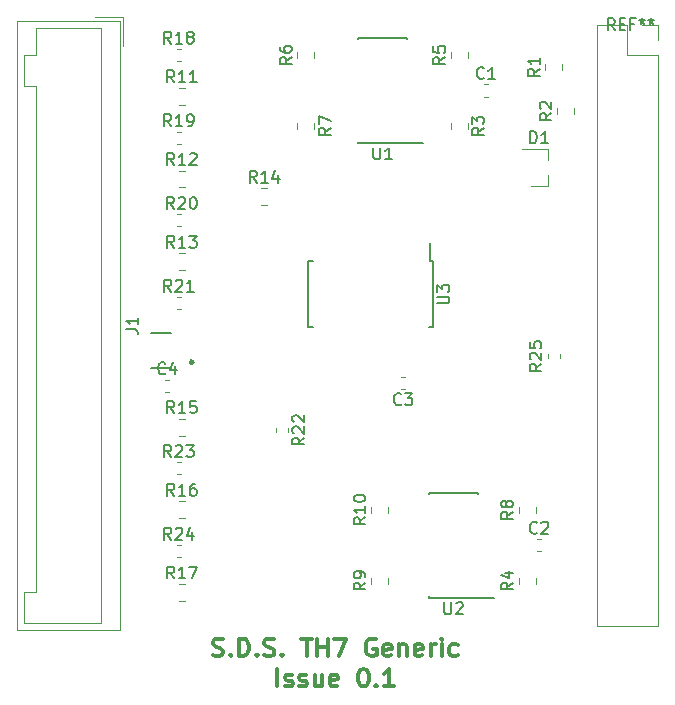
<source format=gbr>
G04 #@! TF.GenerationSoftware,KiCad,Pcbnew,5.0.0-rc3-unknown-14ce5182~65~ubuntu16.04.1*
G04 #@! TF.CreationDate,2018-07-31T19:28:55+01:00*
G04 #@! TF.ProjectId,test,746573742E6B696361645F7063620000,rev?*
G04 #@! TF.SameCoordinates,Original*
G04 #@! TF.FileFunction,Legend,Top*
G04 #@! TF.FilePolarity,Positive*
%FSLAX46Y46*%
G04 Gerber Fmt 4.6, Leading zero omitted, Abs format (unit mm)*
G04 Created by KiCad (PCBNEW 5.0.0-rc3-unknown-14ce5182~65~ubuntu16.04.1) date Tue Jul 31 19:28:55 2018*
%MOMM*%
%LPD*%
G01*
G04 APERTURE LIST*
%ADD10C,0.300000*%
%ADD11C,0.120000*%
%ADD12C,0.150000*%
%ADD13C,0.127000*%
G04 APERTURE END LIST*
D10*
X154642857Y-106332142D02*
X154857142Y-106403571D01*
X155214285Y-106403571D01*
X155357142Y-106332142D01*
X155428571Y-106260714D01*
X155500000Y-106117857D01*
X155500000Y-105975000D01*
X155428571Y-105832142D01*
X155357142Y-105760714D01*
X155214285Y-105689285D01*
X154928571Y-105617857D01*
X154785714Y-105546428D01*
X154714285Y-105475000D01*
X154642857Y-105332142D01*
X154642857Y-105189285D01*
X154714285Y-105046428D01*
X154785714Y-104975000D01*
X154928571Y-104903571D01*
X155285714Y-104903571D01*
X155500000Y-104975000D01*
X156142857Y-106260714D02*
X156214285Y-106332142D01*
X156142857Y-106403571D01*
X156071428Y-106332142D01*
X156142857Y-106260714D01*
X156142857Y-106403571D01*
X156857142Y-106403571D02*
X156857142Y-104903571D01*
X157214285Y-104903571D01*
X157428571Y-104975000D01*
X157571428Y-105117857D01*
X157642857Y-105260714D01*
X157714285Y-105546428D01*
X157714285Y-105760714D01*
X157642857Y-106046428D01*
X157571428Y-106189285D01*
X157428571Y-106332142D01*
X157214285Y-106403571D01*
X156857142Y-106403571D01*
X158357142Y-106260714D02*
X158428571Y-106332142D01*
X158357142Y-106403571D01*
X158285714Y-106332142D01*
X158357142Y-106260714D01*
X158357142Y-106403571D01*
X159000000Y-106332142D02*
X159214285Y-106403571D01*
X159571428Y-106403571D01*
X159714285Y-106332142D01*
X159785714Y-106260714D01*
X159857142Y-106117857D01*
X159857142Y-105975000D01*
X159785714Y-105832142D01*
X159714285Y-105760714D01*
X159571428Y-105689285D01*
X159285714Y-105617857D01*
X159142857Y-105546428D01*
X159071428Y-105475000D01*
X159000000Y-105332142D01*
X159000000Y-105189285D01*
X159071428Y-105046428D01*
X159142857Y-104975000D01*
X159285714Y-104903571D01*
X159642857Y-104903571D01*
X159857142Y-104975000D01*
X160500000Y-106260714D02*
X160571428Y-106332142D01*
X160500000Y-106403571D01*
X160428571Y-106332142D01*
X160500000Y-106260714D01*
X160500000Y-106403571D01*
X162142857Y-104903571D02*
X163000000Y-104903571D01*
X162571428Y-106403571D02*
X162571428Y-104903571D01*
X163500000Y-106403571D02*
X163500000Y-104903571D01*
X163500000Y-105617857D02*
X164357142Y-105617857D01*
X164357142Y-106403571D02*
X164357142Y-104903571D01*
X164928571Y-104903571D02*
X165928571Y-104903571D01*
X165285714Y-106403571D01*
X168428571Y-104975000D02*
X168285714Y-104903571D01*
X168071428Y-104903571D01*
X167857142Y-104975000D01*
X167714285Y-105117857D01*
X167642857Y-105260714D01*
X167571428Y-105546428D01*
X167571428Y-105760714D01*
X167642857Y-106046428D01*
X167714285Y-106189285D01*
X167857142Y-106332142D01*
X168071428Y-106403571D01*
X168214285Y-106403571D01*
X168428571Y-106332142D01*
X168500000Y-106260714D01*
X168500000Y-105760714D01*
X168214285Y-105760714D01*
X169714285Y-106332142D02*
X169571428Y-106403571D01*
X169285714Y-106403571D01*
X169142857Y-106332142D01*
X169071428Y-106189285D01*
X169071428Y-105617857D01*
X169142857Y-105475000D01*
X169285714Y-105403571D01*
X169571428Y-105403571D01*
X169714285Y-105475000D01*
X169785714Y-105617857D01*
X169785714Y-105760714D01*
X169071428Y-105903571D01*
X170428571Y-105403571D02*
X170428571Y-106403571D01*
X170428571Y-105546428D02*
X170500000Y-105475000D01*
X170642857Y-105403571D01*
X170857142Y-105403571D01*
X171000000Y-105475000D01*
X171071428Y-105617857D01*
X171071428Y-106403571D01*
X172357142Y-106332142D02*
X172214285Y-106403571D01*
X171928571Y-106403571D01*
X171785714Y-106332142D01*
X171714285Y-106189285D01*
X171714285Y-105617857D01*
X171785714Y-105475000D01*
X171928571Y-105403571D01*
X172214285Y-105403571D01*
X172357142Y-105475000D01*
X172428571Y-105617857D01*
X172428571Y-105760714D01*
X171714285Y-105903571D01*
X173071428Y-106403571D02*
X173071428Y-105403571D01*
X173071428Y-105689285D02*
X173142857Y-105546428D01*
X173214285Y-105475000D01*
X173357142Y-105403571D01*
X173500000Y-105403571D01*
X174000000Y-106403571D02*
X174000000Y-105403571D01*
X174000000Y-104903571D02*
X173928571Y-104975000D01*
X174000000Y-105046428D01*
X174071428Y-104975000D01*
X174000000Y-104903571D01*
X174000000Y-105046428D01*
X175357142Y-106332142D02*
X175214285Y-106403571D01*
X174928571Y-106403571D01*
X174785714Y-106332142D01*
X174714285Y-106260714D01*
X174642857Y-106117857D01*
X174642857Y-105689285D01*
X174714285Y-105546428D01*
X174785714Y-105475000D01*
X174928571Y-105403571D01*
X175214285Y-105403571D01*
X175357142Y-105475000D01*
X160107142Y-108953571D02*
X160107142Y-107453571D01*
X160750000Y-108882142D02*
X160892857Y-108953571D01*
X161178571Y-108953571D01*
X161321428Y-108882142D01*
X161392857Y-108739285D01*
X161392857Y-108667857D01*
X161321428Y-108525000D01*
X161178571Y-108453571D01*
X160964285Y-108453571D01*
X160821428Y-108382142D01*
X160750000Y-108239285D01*
X160750000Y-108167857D01*
X160821428Y-108025000D01*
X160964285Y-107953571D01*
X161178571Y-107953571D01*
X161321428Y-108025000D01*
X161964285Y-108882142D02*
X162107142Y-108953571D01*
X162392857Y-108953571D01*
X162535714Y-108882142D01*
X162607142Y-108739285D01*
X162607142Y-108667857D01*
X162535714Y-108525000D01*
X162392857Y-108453571D01*
X162178571Y-108453571D01*
X162035714Y-108382142D01*
X161964285Y-108239285D01*
X161964285Y-108167857D01*
X162035714Y-108025000D01*
X162178571Y-107953571D01*
X162392857Y-107953571D01*
X162535714Y-108025000D01*
X163892857Y-107953571D02*
X163892857Y-108953571D01*
X163250000Y-107953571D02*
X163250000Y-108739285D01*
X163321428Y-108882142D01*
X163464285Y-108953571D01*
X163678571Y-108953571D01*
X163821428Y-108882142D01*
X163892857Y-108810714D01*
X165178571Y-108882142D02*
X165035714Y-108953571D01*
X164750000Y-108953571D01*
X164607142Y-108882142D01*
X164535714Y-108739285D01*
X164535714Y-108167857D01*
X164607142Y-108025000D01*
X164750000Y-107953571D01*
X165035714Y-107953571D01*
X165178571Y-108025000D01*
X165250000Y-108167857D01*
X165250000Y-108310714D01*
X164535714Y-108453571D01*
X167321428Y-107453571D02*
X167464285Y-107453571D01*
X167607142Y-107525000D01*
X167678571Y-107596428D01*
X167750000Y-107739285D01*
X167821428Y-108025000D01*
X167821428Y-108382142D01*
X167750000Y-108667857D01*
X167678571Y-108810714D01*
X167607142Y-108882142D01*
X167464285Y-108953571D01*
X167321428Y-108953571D01*
X167178571Y-108882142D01*
X167107142Y-108810714D01*
X167035714Y-108667857D01*
X166964285Y-108382142D01*
X166964285Y-108025000D01*
X167035714Y-107739285D01*
X167107142Y-107596428D01*
X167178571Y-107525000D01*
X167321428Y-107453571D01*
X168464285Y-108810714D02*
X168535714Y-108882142D01*
X168464285Y-108953571D01*
X168392857Y-108882142D01*
X168464285Y-108810714D01*
X168464285Y-108953571D01*
X169964285Y-108953571D02*
X169107142Y-108953571D01*
X169535714Y-108953571D02*
X169535714Y-107453571D01*
X169392857Y-107667857D01*
X169250000Y-107810714D01*
X169107142Y-107882142D01*
D11*
G04 #@! TO.C,J1*
X146760000Y-52590000D02*
X138040000Y-52590000D01*
X138040000Y-52590000D02*
X138040000Y-104210000D01*
X138040000Y-104210000D02*
X146760000Y-104210000D01*
X146760000Y-104210000D02*
X146760000Y-52590000D01*
X145150000Y-53200000D02*
X139650000Y-53200000D01*
X139650000Y-53200000D02*
X139650000Y-55500000D01*
X139650000Y-55500000D02*
X138650000Y-55500000D01*
X138650000Y-55500000D02*
X138650000Y-58100000D01*
X138650000Y-58100000D02*
X139650000Y-58100000D01*
X139650000Y-58100000D02*
X139650000Y-101000000D01*
X139650000Y-101000000D02*
X138650000Y-101000000D01*
X138650000Y-101000000D02*
X138650000Y-103600000D01*
X138650000Y-103600000D02*
X145150000Y-103600000D01*
X145150000Y-103600000D02*
X145150000Y-53200000D01*
X144650000Y-52290000D02*
X147060000Y-52290000D01*
X147060000Y-52290000D02*
X147060000Y-54700000D01*
G04 #@! TO.C,D1*
X183010000Y-66580000D02*
X183010000Y-65650000D01*
X183010000Y-63420000D02*
X183010000Y-64350000D01*
X183010000Y-63420000D02*
X180850000Y-63420000D01*
X183010000Y-66580000D02*
X181550000Y-66580000D01*
G04 #@! TO.C,R1*
X184210000Y-56758578D02*
X184210000Y-56241422D01*
X182790000Y-56758578D02*
X182790000Y-56241422D01*
G04 #@! TO.C,R2*
X183790000Y-60508578D02*
X183790000Y-59991422D01*
X185210000Y-60508578D02*
X185210000Y-59991422D01*
G04 #@! TO.C,R3*
X174790000Y-61241422D02*
X174790000Y-61758578D01*
X176210000Y-61241422D02*
X176210000Y-61758578D01*
G04 #@! TO.C,R4*
X181960000Y-100258578D02*
X181960000Y-99741422D01*
X180540000Y-100258578D02*
X180540000Y-99741422D01*
G04 #@! TO.C,R5*
X176210000Y-55758578D02*
X176210000Y-55241422D01*
X174790000Y-55758578D02*
X174790000Y-55241422D01*
G04 #@! TO.C,R6*
X161790000Y-55758578D02*
X161790000Y-55241422D01*
X163210000Y-55758578D02*
X163210000Y-55241422D01*
G04 #@! TO.C,R7*
X163210000Y-61241422D02*
X163210000Y-61758578D01*
X161790000Y-61241422D02*
X161790000Y-61758578D01*
G04 #@! TO.C,R8*
X180540000Y-94258578D02*
X180540000Y-93741422D01*
X181960000Y-94258578D02*
X181960000Y-93741422D01*
G04 #@! TO.C,R9*
X169460000Y-100258578D02*
X169460000Y-99741422D01*
X168040000Y-100258578D02*
X168040000Y-99741422D01*
G04 #@! TO.C,R10*
X168040000Y-94258578D02*
X168040000Y-93741422D01*
X169460000Y-94258578D02*
X169460000Y-93741422D01*
G04 #@! TO.C,R11*
X151741422Y-58290000D02*
X152258578Y-58290000D01*
X151741422Y-59710000D02*
X152258578Y-59710000D01*
G04 #@! TO.C,R12*
X151741422Y-65290000D02*
X152258578Y-65290000D01*
X151741422Y-66710000D02*
X152258578Y-66710000D01*
G04 #@! TO.C,R13*
X151741422Y-73710000D02*
X152258578Y-73710000D01*
X151741422Y-72290000D02*
X152258578Y-72290000D01*
G04 #@! TO.C,R14*
X158741422Y-68210000D02*
X159258578Y-68210000D01*
X158741422Y-66790000D02*
X159258578Y-66790000D01*
G04 #@! TO.C,R15*
X151741422Y-86290000D02*
X152258578Y-86290000D01*
X151741422Y-87710000D02*
X152258578Y-87710000D01*
G04 #@! TO.C,R16*
X151741422Y-94710000D02*
X152258578Y-94710000D01*
X151741422Y-93290000D02*
X152258578Y-93290000D01*
G04 #@! TO.C,R17*
X151741422Y-100290000D02*
X152258578Y-100290000D01*
X151741422Y-101710000D02*
X152258578Y-101710000D01*
G04 #@! TO.C,R18*
X151587221Y-54990000D02*
X151912779Y-54990000D01*
X151587221Y-56010000D02*
X151912779Y-56010000D01*
G04 #@! TO.C,R19*
X151587221Y-63010000D02*
X151912779Y-63010000D01*
X151587221Y-61990000D02*
X151912779Y-61990000D01*
G04 #@! TO.C,R20*
X151587221Y-68990000D02*
X151912779Y-68990000D01*
X151587221Y-70010000D02*
X151912779Y-70010000D01*
G04 #@! TO.C,R21*
X151587221Y-77010000D02*
X151912779Y-77010000D01*
X151587221Y-75990000D02*
X151912779Y-75990000D01*
G04 #@! TO.C,R22*
X161010000Y-87087221D02*
X161010000Y-87412779D01*
X159990000Y-87087221D02*
X159990000Y-87412779D01*
G04 #@! TO.C,R23*
X151587221Y-91010000D02*
X151912779Y-91010000D01*
X151587221Y-89990000D02*
X151912779Y-89990000D01*
G04 #@! TO.C,R24*
X151587221Y-96990000D02*
X151912779Y-96990000D01*
X151587221Y-98010000D02*
X151912779Y-98010000D01*
G04 #@! TO.C,RASPI_2_3_HEADER1*
X187130000Y-52920000D02*
X189730000Y-52920000D01*
X187130000Y-52920000D02*
X187130000Y-103840000D01*
X187130000Y-103840000D02*
X192330000Y-103840000D01*
X192330000Y-55520000D02*
X192330000Y-103840000D01*
X189730000Y-55520000D02*
X192330000Y-55520000D01*
X189730000Y-52920000D02*
X189730000Y-55520000D01*
X192330000Y-52920000D02*
X192330000Y-54250000D01*
X191000000Y-52920000D02*
X192330000Y-52920000D01*
D12*
G04 #@! TO.C,U1*
X171075000Y-62925000D02*
X172450000Y-62925000D01*
X171075000Y-54050000D02*
X166925000Y-54050000D01*
X171075000Y-62950000D02*
X166925000Y-62950000D01*
X171075000Y-54050000D02*
X171075000Y-54165000D01*
X166925000Y-54050000D02*
X166925000Y-54165000D01*
X166925000Y-62950000D02*
X166925000Y-62835000D01*
X171075000Y-62950000D02*
X171075000Y-62925000D01*
G04 #@! TO.C,U2*
X177075000Y-101450000D02*
X177075000Y-101425000D01*
X172925000Y-101450000D02*
X172925000Y-101335000D01*
X172925000Y-92550000D02*
X172925000Y-92665000D01*
X177075000Y-92550000D02*
X177075000Y-92665000D01*
X177075000Y-101450000D02*
X172925000Y-101450000D01*
X177075000Y-92550000D02*
X172925000Y-92550000D01*
X177075000Y-101425000D02*
X178450000Y-101425000D01*
G04 #@! TO.C,U3*
X173275000Y-72975000D02*
X173000000Y-72975000D01*
X173275000Y-78525000D02*
X172920000Y-78525000D01*
X162725000Y-78525000D02*
X163080000Y-78525000D01*
X162725000Y-72975000D02*
X163080000Y-72975000D01*
X173275000Y-72975000D02*
X173275000Y-78525000D01*
X162725000Y-72975000D02*
X162725000Y-78525000D01*
X173000000Y-72975000D02*
X173000000Y-71450000D01*
D11*
G04 #@! TO.C,C1*
X177587221Y-57990000D02*
X177912779Y-57990000D01*
X177587221Y-59010000D02*
X177912779Y-59010000D01*
G04 #@! TO.C,C2*
X182087221Y-97510000D02*
X182412779Y-97510000D01*
X182087221Y-96490000D02*
X182412779Y-96490000D01*
G04 #@! TO.C,C3*
X170912779Y-83760000D02*
X170587221Y-83760000D01*
X170912779Y-82740000D02*
X170587221Y-82740000D01*
G04 #@! TO.C,C4*
X150624721Y-82990000D02*
X150950279Y-82990000D01*
X150624721Y-84010000D02*
X150950279Y-84010000D01*
G04 #@! TO.C,R25*
X182990000Y-81171267D02*
X182990000Y-80828733D01*
X184010000Y-81171267D02*
X184010000Y-80828733D01*
D10*
G04 #@! TO.C,U4*
X152939000Y-81492000D02*
G75*
G03X152939000Y-81492000I-100000J0D01*
G01*
D13*
X149400000Y-82000000D02*
X151100000Y-82000000D01*
X151100000Y-79000000D02*
X149400000Y-79000000D01*
G04 #@! TO.C,J1*
D12*
X147302380Y-78733333D02*
X148016666Y-78733333D01*
X148159523Y-78780952D01*
X148254761Y-78876190D01*
X148302380Y-79019047D01*
X148302380Y-79114285D01*
X148302380Y-77733333D02*
X148302380Y-78304761D01*
X148302380Y-78019047D02*
X147302380Y-78019047D01*
X147445238Y-78114285D01*
X147540476Y-78209523D01*
X147588095Y-78304761D01*
G04 #@! TO.C,REF\002A\002A*
X188666666Y-53402380D02*
X188333333Y-52926190D01*
X188095238Y-53402380D02*
X188095238Y-52402380D01*
X188476190Y-52402380D01*
X188571428Y-52450000D01*
X188619047Y-52497619D01*
X188666666Y-52592857D01*
X188666666Y-52735714D01*
X188619047Y-52830952D01*
X188571428Y-52878571D01*
X188476190Y-52926190D01*
X188095238Y-52926190D01*
X189095238Y-52878571D02*
X189428571Y-52878571D01*
X189571428Y-53402380D02*
X189095238Y-53402380D01*
X189095238Y-52402380D01*
X189571428Y-52402380D01*
X190333333Y-52878571D02*
X190000000Y-52878571D01*
X190000000Y-53402380D02*
X190000000Y-52402380D01*
X190476190Y-52402380D01*
X191000000Y-52402380D02*
X191000000Y-52640476D01*
X190761904Y-52545238D02*
X191000000Y-52640476D01*
X191238095Y-52545238D01*
X190857142Y-52830952D02*
X191000000Y-52640476D01*
X191142857Y-52830952D01*
X191761904Y-52402380D02*
X191761904Y-52640476D01*
X191523809Y-52545238D02*
X191761904Y-52640476D01*
X192000000Y-52545238D01*
X191619047Y-52830952D02*
X191761904Y-52640476D01*
X191904761Y-52830952D01*
G04 #@! TO.C,D1*
X181511904Y-62952380D02*
X181511904Y-61952380D01*
X181750000Y-61952380D01*
X181892857Y-62000000D01*
X181988095Y-62095238D01*
X182035714Y-62190476D01*
X182083333Y-62380952D01*
X182083333Y-62523809D01*
X182035714Y-62714285D01*
X181988095Y-62809523D01*
X181892857Y-62904761D01*
X181750000Y-62952380D01*
X181511904Y-62952380D01*
X183035714Y-62952380D02*
X182464285Y-62952380D01*
X182750000Y-62952380D02*
X182750000Y-61952380D01*
X182654761Y-62095238D01*
X182559523Y-62190476D01*
X182464285Y-62238095D01*
G04 #@! TO.C,R1*
X182302380Y-56666666D02*
X181826190Y-57000000D01*
X182302380Y-57238095D02*
X181302380Y-57238095D01*
X181302380Y-56857142D01*
X181350000Y-56761904D01*
X181397619Y-56714285D01*
X181492857Y-56666666D01*
X181635714Y-56666666D01*
X181730952Y-56714285D01*
X181778571Y-56761904D01*
X181826190Y-56857142D01*
X181826190Y-57238095D01*
X182302380Y-55714285D02*
X182302380Y-56285714D01*
X182302380Y-56000000D02*
X181302380Y-56000000D01*
X181445238Y-56095238D01*
X181540476Y-56190476D01*
X181588095Y-56285714D01*
G04 #@! TO.C,R2*
X183302380Y-60416666D02*
X182826190Y-60750000D01*
X183302380Y-60988095D02*
X182302380Y-60988095D01*
X182302380Y-60607142D01*
X182350000Y-60511904D01*
X182397619Y-60464285D01*
X182492857Y-60416666D01*
X182635714Y-60416666D01*
X182730952Y-60464285D01*
X182778571Y-60511904D01*
X182826190Y-60607142D01*
X182826190Y-60988095D01*
X182397619Y-60035714D02*
X182350000Y-59988095D01*
X182302380Y-59892857D01*
X182302380Y-59654761D01*
X182350000Y-59559523D01*
X182397619Y-59511904D01*
X182492857Y-59464285D01*
X182588095Y-59464285D01*
X182730952Y-59511904D01*
X183302380Y-60083333D01*
X183302380Y-59464285D01*
G04 #@! TO.C,R3*
X177602380Y-61666666D02*
X177126190Y-62000000D01*
X177602380Y-62238095D02*
X176602380Y-62238095D01*
X176602380Y-61857142D01*
X176650000Y-61761904D01*
X176697619Y-61714285D01*
X176792857Y-61666666D01*
X176935714Y-61666666D01*
X177030952Y-61714285D01*
X177078571Y-61761904D01*
X177126190Y-61857142D01*
X177126190Y-62238095D01*
X176602380Y-61333333D02*
X176602380Y-60714285D01*
X176983333Y-61047619D01*
X176983333Y-60904761D01*
X177030952Y-60809523D01*
X177078571Y-60761904D01*
X177173809Y-60714285D01*
X177411904Y-60714285D01*
X177507142Y-60761904D01*
X177554761Y-60809523D01*
X177602380Y-60904761D01*
X177602380Y-61190476D01*
X177554761Y-61285714D01*
X177507142Y-61333333D01*
G04 #@! TO.C,R4*
X180052380Y-100166666D02*
X179576190Y-100500000D01*
X180052380Y-100738095D02*
X179052380Y-100738095D01*
X179052380Y-100357142D01*
X179100000Y-100261904D01*
X179147619Y-100214285D01*
X179242857Y-100166666D01*
X179385714Y-100166666D01*
X179480952Y-100214285D01*
X179528571Y-100261904D01*
X179576190Y-100357142D01*
X179576190Y-100738095D01*
X179385714Y-99309523D02*
X180052380Y-99309523D01*
X179004761Y-99547619D02*
X179719047Y-99785714D01*
X179719047Y-99166666D01*
G04 #@! TO.C,R5*
X174302380Y-55666666D02*
X173826190Y-56000000D01*
X174302380Y-56238095D02*
X173302380Y-56238095D01*
X173302380Y-55857142D01*
X173350000Y-55761904D01*
X173397619Y-55714285D01*
X173492857Y-55666666D01*
X173635714Y-55666666D01*
X173730952Y-55714285D01*
X173778571Y-55761904D01*
X173826190Y-55857142D01*
X173826190Y-56238095D01*
X173302380Y-54761904D02*
X173302380Y-55238095D01*
X173778571Y-55285714D01*
X173730952Y-55238095D01*
X173683333Y-55142857D01*
X173683333Y-54904761D01*
X173730952Y-54809523D01*
X173778571Y-54761904D01*
X173873809Y-54714285D01*
X174111904Y-54714285D01*
X174207142Y-54761904D01*
X174254761Y-54809523D01*
X174302380Y-54904761D01*
X174302380Y-55142857D01*
X174254761Y-55238095D01*
X174207142Y-55285714D01*
G04 #@! TO.C,R6*
X161302380Y-55666666D02*
X160826190Y-56000000D01*
X161302380Y-56238095D02*
X160302380Y-56238095D01*
X160302380Y-55857142D01*
X160350000Y-55761904D01*
X160397619Y-55714285D01*
X160492857Y-55666666D01*
X160635714Y-55666666D01*
X160730952Y-55714285D01*
X160778571Y-55761904D01*
X160826190Y-55857142D01*
X160826190Y-56238095D01*
X160302380Y-54809523D02*
X160302380Y-55000000D01*
X160350000Y-55095238D01*
X160397619Y-55142857D01*
X160540476Y-55238095D01*
X160730952Y-55285714D01*
X161111904Y-55285714D01*
X161207142Y-55238095D01*
X161254761Y-55190476D01*
X161302380Y-55095238D01*
X161302380Y-54904761D01*
X161254761Y-54809523D01*
X161207142Y-54761904D01*
X161111904Y-54714285D01*
X160873809Y-54714285D01*
X160778571Y-54761904D01*
X160730952Y-54809523D01*
X160683333Y-54904761D01*
X160683333Y-55095238D01*
X160730952Y-55190476D01*
X160778571Y-55238095D01*
X160873809Y-55285714D01*
G04 #@! TO.C,R7*
X164602380Y-61666666D02*
X164126190Y-62000000D01*
X164602380Y-62238095D02*
X163602380Y-62238095D01*
X163602380Y-61857142D01*
X163650000Y-61761904D01*
X163697619Y-61714285D01*
X163792857Y-61666666D01*
X163935714Y-61666666D01*
X164030952Y-61714285D01*
X164078571Y-61761904D01*
X164126190Y-61857142D01*
X164126190Y-62238095D01*
X163602380Y-61333333D02*
X163602380Y-60666666D01*
X164602380Y-61095238D01*
G04 #@! TO.C,R8*
X180052380Y-94166666D02*
X179576190Y-94500000D01*
X180052380Y-94738095D02*
X179052380Y-94738095D01*
X179052380Y-94357142D01*
X179100000Y-94261904D01*
X179147619Y-94214285D01*
X179242857Y-94166666D01*
X179385714Y-94166666D01*
X179480952Y-94214285D01*
X179528571Y-94261904D01*
X179576190Y-94357142D01*
X179576190Y-94738095D01*
X179480952Y-93595238D02*
X179433333Y-93690476D01*
X179385714Y-93738095D01*
X179290476Y-93785714D01*
X179242857Y-93785714D01*
X179147619Y-93738095D01*
X179100000Y-93690476D01*
X179052380Y-93595238D01*
X179052380Y-93404761D01*
X179100000Y-93309523D01*
X179147619Y-93261904D01*
X179242857Y-93214285D01*
X179290476Y-93214285D01*
X179385714Y-93261904D01*
X179433333Y-93309523D01*
X179480952Y-93404761D01*
X179480952Y-93595238D01*
X179528571Y-93690476D01*
X179576190Y-93738095D01*
X179671428Y-93785714D01*
X179861904Y-93785714D01*
X179957142Y-93738095D01*
X180004761Y-93690476D01*
X180052380Y-93595238D01*
X180052380Y-93404761D01*
X180004761Y-93309523D01*
X179957142Y-93261904D01*
X179861904Y-93214285D01*
X179671428Y-93214285D01*
X179576190Y-93261904D01*
X179528571Y-93309523D01*
X179480952Y-93404761D01*
G04 #@! TO.C,R9*
X167552380Y-100166666D02*
X167076190Y-100500000D01*
X167552380Y-100738095D02*
X166552380Y-100738095D01*
X166552380Y-100357142D01*
X166600000Y-100261904D01*
X166647619Y-100214285D01*
X166742857Y-100166666D01*
X166885714Y-100166666D01*
X166980952Y-100214285D01*
X167028571Y-100261904D01*
X167076190Y-100357142D01*
X167076190Y-100738095D01*
X167552380Y-99690476D02*
X167552380Y-99500000D01*
X167504761Y-99404761D01*
X167457142Y-99357142D01*
X167314285Y-99261904D01*
X167123809Y-99214285D01*
X166742857Y-99214285D01*
X166647619Y-99261904D01*
X166600000Y-99309523D01*
X166552380Y-99404761D01*
X166552380Y-99595238D01*
X166600000Y-99690476D01*
X166647619Y-99738095D01*
X166742857Y-99785714D01*
X166980952Y-99785714D01*
X167076190Y-99738095D01*
X167123809Y-99690476D01*
X167171428Y-99595238D01*
X167171428Y-99404761D01*
X167123809Y-99309523D01*
X167076190Y-99261904D01*
X166980952Y-99214285D01*
G04 #@! TO.C,R10*
X167552380Y-94642857D02*
X167076190Y-94976190D01*
X167552380Y-95214285D02*
X166552380Y-95214285D01*
X166552380Y-94833333D01*
X166600000Y-94738095D01*
X166647619Y-94690476D01*
X166742857Y-94642857D01*
X166885714Y-94642857D01*
X166980952Y-94690476D01*
X167028571Y-94738095D01*
X167076190Y-94833333D01*
X167076190Y-95214285D01*
X167552380Y-93690476D02*
X167552380Y-94261904D01*
X167552380Y-93976190D02*
X166552380Y-93976190D01*
X166695238Y-94071428D01*
X166790476Y-94166666D01*
X166838095Y-94261904D01*
X166552380Y-93071428D02*
X166552380Y-92976190D01*
X166600000Y-92880952D01*
X166647619Y-92833333D01*
X166742857Y-92785714D01*
X166933333Y-92738095D01*
X167171428Y-92738095D01*
X167361904Y-92785714D01*
X167457142Y-92833333D01*
X167504761Y-92880952D01*
X167552380Y-92976190D01*
X167552380Y-93071428D01*
X167504761Y-93166666D01*
X167457142Y-93214285D01*
X167361904Y-93261904D01*
X167171428Y-93309523D01*
X166933333Y-93309523D01*
X166742857Y-93261904D01*
X166647619Y-93214285D01*
X166600000Y-93166666D01*
X166552380Y-93071428D01*
G04 #@! TO.C,R11*
X151357142Y-57802380D02*
X151023809Y-57326190D01*
X150785714Y-57802380D02*
X150785714Y-56802380D01*
X151166666Y-56802380D01*
X151261904Y-56850000D01*
X151309523Y-56897619D01*
X151357142Y-56992857D01*
X151357142Y-57135714D01*
X151309523Y-57230952D01*
X151261904Y-57278571D01*
X151166666Y-57326190D01*
X150785714Y-57326190D01*
X152309523Y-57802380D02*
X151738095Y-57802380D01*
X152023809Y-57802380D02*
X152023809Y-56802380D01*
X151928571Y-56945238D01*
X151833333Y-57040476D01*
X151738095Y-57088095D01*
X153261904Y-57802380D02*
X152690476Y-57802380D01*
X152976190Y-57802380D02*
X152976190Y-56802380D01*
X152880952Y-56945238D01*
X152785714Y-57040476D01*
X152690476Y-57088095D01*
G04 #@! TO.C,R12*
X151357142Y-64802380D02*
X151023809Y-64326190D01*
X150785714Y-64802380D02*
X150785714Y-63802380D01*
X151166666Y-63802380D01*
X151261904Y-63850000D01*
X151309523Y-63897619D01*
X151357142Y-63992857D01*
X151357142Y-64135714D01*
X151309523Y-64230952D01*
X151261904Y-64278571D01*
X151166666Y-64326190D01*
X150785714Y-64326190D01*
X152309523Y-64802380D02*
X151738095Y-64802380D01*
X152023809Y-64802380D02*
X152023809Y-63802380D01*
X151928571Y-63945238D01*
X151833333Y-64040476D01*
X151738095Y-64088095D01*
X152690476Y-63897619D02*
X152738095Y-63850000D01*
X152833333Y-63802380D01*
X153071428Y-63802380D01*
X153166666Y-63850000D01*
X153214285Y-63897619D01*
X153261904Y-63992857D01*
X153261904Y-64088095D01*
X153214285Y-64230952D01*
X152642857Y-64802380D01*
X153261904Y-64802380D01*
G04 #@! TO.C,R13*
X151357142Y-71802380D02*
X151023809Y-71326190D01*
X150785714Y-71802380D02*
X150785714Y-70802380D01*
X151166666Y-70802380D01*
X151261904Y-70850000D01*
X151309523Y-70897619D01*
X151357142Y-70992857D01*
X151357142Y-71135714D01*
X151309523Y-71230952D01*
X151261904Y-71278571D01*
X151166666Y-71326190D01*
X150785714Y-71326190D01*
X152309523Y-71802380D02*
X151738095Y-71802380D01*
X152023809Y-71802380D02*
X152023809Y-70802380D01*
X151928571Y-70945238D01*
X151833333Y-71040476D01*
X151738095Y-71088095D01*
X152642857Y-70802380D02*
X153261904Y-70802380D01*
X152928571Y-71183333D01*
X153071428Y-71183333D01*
X153166666Y-71230952D01*
X153214285Y-71278571D01*
X153261904Y-71373809D01*
X153261904Y-71611904D01*
X153214285Y-71707142D01*
X153166666Y-71754761D01*
X153071428Y-71802380D01*
X152785714Y-71802380D01*
X152690476Y-71754761D01*
X152642857Y-71707142D01*
G04 #@! TO.C,R14*
X158357142Y-66302380D02*
X158023809Y-65826190D01*
X157785714Y-66302380D02*
X157785714Y-65302380D01*
X158166666Y-65302380D01*
X158261904Y-65350000D01*
X158309523Y-65397619D01*
X158357142Y-65492857D01*
X158357142Y-65635714D01*
X158309523Y-65730952D01*
X158261904Y-65778571D01*
X158166666Y-65826190D01*
X157785714Y-65826190D01*
X159309523Y-66302380D02*
X158738095Y-66302380D01*
X159023809Y-66302380D02*
X159023809Y-65302380D01*
X158928571Y-65445238D01*
X158833333Y-65540476D01*
X158738095Y-65588095D01*
X160166666Y-65635714D02*
X160166666Y-66302380D01*
X159928571Y-65254761D02*
X159690476Y-65969047D01*
X160309523Y-65969047D01*
G04 #@! TO.C,R15*
X151357142Y-85802380D02*
X151023809Y-85326190D01*
X150785714Y-85802380D02*
X150785714Y-84802380D01*
X151166666Y-84802380D01*
X151261904Y-84850000D01*
X151309523Y-84897619D01*
X151357142Y-84992857D01*
X151357142Y-85135714D01*
X151309523Y-85230952D01*
X151261904Y-85278571D01*
X151166666Y-85326190D01*
X150785714Y-85326190D01*
X152309523Y-85802380D02*
X151738095Y-85802380D01*
X152023809Y-85802380D02*
X152023809Y-84802380D01*
X151928571Y-84945238D01*
X151833333Y-85040476D01*
X151738095Y-85088095D01*
X153214285Y-84802380D02*
X152738095Y-84802380D01*
X152690476Y-85278571D01*
X152738095Y-85230952D01*
X152833333Y-85183333D01*
X153071428Y-85183333D01*
X153166666Y-85230952D01*
X153214285Y-85278571D01*
X153261904Y-85373809D01*
X153261904Y-85611904D01*
X153214285Y-85707142D01*
X153166666Y-85754761D01*
X153071428Y-85802380D01*
X152833333Y-85802380D01*
X152738095Y-85754761D01*
X152690476Y-85707142D01*
G04 #@! TO.C,R16*
X151357142Y-92802380D02*
X151023809Y-92326190D01*
X150785714Y-92802380D02*
X150785714Y-91802380D01*
X151166666Y-91802380D01*
X151261904Y-91850000D01*
X151309523Y-91897619D01*
X151357142Y-91992857D01*
X151357142Y-92135714D01*
X151309523Y-92230952D01*
X151261904Y-92278571D01*
X151166666Y-92326190D01*
X150785714Y-92326190D01*
X152309523Y-92802380D02*
X151738095Y-92802380D01*
X152023809Y-92802380D02*
X152023809Y-91802380D01*
X151928571Y-91945238D01*
X151833333Y-92040476D01*
X151738095Y-92088095D01*
X153166666Y-91802380D02*
X152976190Y-91802380D01*
X152880952Y-91850000D01*
X152833333Y-91897619D01*
X152738095Y-92040476D01*
X152690476Y-92230952D01*
X152690476Y-92611904D01*
X152738095Y-92707142D01*
X152785714Y-92754761D01*
X152880952Y-92802380D01*
X153071428Y-92802380D01*
X153166666Y-92754761D01*
X153214285Y-92707142D01*
X153261904Y-92611904D01*
X153261904Y-92373809D01*
X153214285Y-92278571D01*
X153166666Y-92230952D01*
X153071428Y-92183333D01*
X152880952Y-92183333D01*
X152785714Y-92230952D01*
X152738095Y-92278571D01*
X152690476Y-92373809D01*
G04 #@! TO.C,R17*
X151357142Y-99802380D02*
X151023809Y-99326190D01*
X150785714Y-99802380D02*
X150785714Y-98802380D01*
X151166666Y-98802380D01*
X151261904Y-98850000D01*
X151309523Y-98897619D01*
X151357142Y-98992857D01*
X151357142Y-99135714D01*
X151309523Y-99230952D01*
X151261904Y-99278571D01*
X151166666Y-99326190D01*
X150785714Y-99326190D01*
X152309523Y-99802380D02*
X151738095Y-99802380D01*
X152023809Y-99802380D02*
X152023809Y-98802380D01*
X151928571Y-98945238D01*
X151833333Y-99040476D01*
X151738095Y-99088095D01*
X152642857Y-98802380D02*
X153309523Y-98802380D01*
X152880952Y-99802380D01*
G04 #@! TO.C,R18*
X151107142Y-54522380D02*
X150773809Y-54046190D01*
X150535714Y-54522380D02*
X150535714Y-53522380D01*
X150916666Y-53522380D01*
X151011904Y-53570000D01*
X151059523Y-53617619D01*
X151107142Y-53712857D01*
X151107142Y-53855714D01*
X151059523Y-53950952D01*
X151011904Y-53998571D01*
X150916666Y-54046190D01*
X150535714Y-54046190D01*
X152059523Y-54522380D02*
X151488095Y-54522380D01*
X151773809Y-54522380D02*
X151773809Y-53522380D01*
X151678571Y-53665238D01*
X151583333Y-53760476D01*
X151488095Y-53808095D01*
X152630952Y-53950952D02*
X152535714Y-53903333D01*
X152488095Y-53855714D01*
X152440476Y-53760476D01*
X152440476Y-53712857D01*
X152488095Y-53617619D01*
X152535714Y-53570000D01*
X152630952Y-53522380D01*
X152821428Y-53522380D01*
X152916666Y-53570000D01*
X152964285Y-53617619D01*
X153011904Y-53712857D01*
X153011904Y-53760476D01*
X152964285Y-53855714D01*
X152916666Y-53903333D01*
X152821428Y-53950952D01*
X152630952Y-53950952D01*
X152535714Y-53998571D01*
X152488095Y-54046190D01*
X152440476Y-54141428D01*
X152440476Y-54331904D01*
X152488095Y-54427142D01*
X152535714Y-54474761D01*
X152630952Y-54522380D01*
X152821428Y-54522380D01*
X152916666Y-54474761D01*
X152964285Y-54427142D01*
X153011904Y-54331904D01*
X153011904Y-54141428D01*
X152964285Y-54046190D01*
X152916666Y-53998571D01*
X152821428Y-53950952D01*
G04 #@! TO.C,R19*
X151107142Y-61522380D02*
X150773809Y-61046190D01*
X150535714Y-61522380D02*
X150535714Y-60522380D01*
X150916666Y-60522380D01*
X151011904Y-60570000D01*
X151059523Y-60617619D01*
X151107142Y-60712857D01*
X151107142Y-60855714D01*
X151059523Y-60950952D01*
X151011904Y-60998571D01*
X150916666Y-61046190D01*
X150535714Y-61046190D01*
X152059523Y-61522380D02*
X151488095Y-61522380D01*
X151773809Y-61522380D02*
X151773809Y-60522380D01*
X151678571Y-60665238D01*
X151583333Y-60760476D01*
X151488095Y-60808095D01*
X152535714Y-61522380D02*
X152726190Y-61522380D01*
X152821428Y-61474761D01*
X152869047Y-61427142D01*
X152964285Y-61284285D01*
X153011904Y-61093809D01*
X153011904Y-60712857D01*
X152964285Y-60617619D01*
X152916666Y-60570000D01*
X152821428Y-60522380D01*
X152630952Y-60522380D01*
X152535714Y-60570000D01*
X152488095Y-60617619D01*
X152440476Y-60712857D01*
X152440476Y-60950952D01*
X152488095Y-61046190D01*
X152535714Y-61093809D01*
X152630952Y-61141428D01*
X152821428Y-61141428D01*
X152916666Y-61093809D01*
X152964285Y-61046190D01*
X153011904Y-60950952D01*
G04 #@! TO.C,R20*
X151352141Y-68522380D02*
X151018808Y-68046190D01*
X150780713Y-68522380D02*
X150780713Y-67522380D01*
X151161665Y-67522380D01*
X151256903Y-67570000D01*
X151304522Y-67617619D01*
X151352141Y-67712857D01*
X151352141Y-67855714D01*
X151304522Y-67950952D01*
X151256903Y-67998571D01*
X151161665Y-68046190D01*
X150780713Y-68046190D01*
X151733094Y-67617619D02*
X151780713Y-67570000D01*
X151875951Y-67522380D01*
X152114046Y-67522380D01*
X152209284Y-67570000D01*
X152256903Y-67617619D01*
X152304522Y-67712857D01*
X152304522Y-67808095D01*
X152256903Y-67950952D01*
X151685475Y-68522380D01*
X152304522Y-68522380D01*
X152923570Y-67522380D02*
X153018808Y-67522380D01*
X153114046Y-67570000D01*
X153161665Y-67617619D01*
X153209284Y-67712857D01*
X153256903Y-67903333D01*
X153256903Y-68141428D01*
X153209284Y-68331904D01*
X153161665Y-68427142D01*
X153114046Y-68474761D01*
X153018808Y-68522380D01*
X152923570Y-68522380D01*
X152828332Y-68474761D01*
X152780713Y-68427142D01*
X152733094Y-68331904D01*
X152685475Y-68141428D01*
X152685475Y-67903333D01*
X152733094Y-67712857D01*
X152780713Y-67617619D01*
X152828332Y-67570000D01*
X152923570Y-67522380D01*
G04 #@! TO.C,R21*
X151107142Y-75522380D02*
X150773809Y-75046190D01*
X150535714Y-75522380D02*
X150535714Y-74522380D01*
X150916666Y-74522380D01*
X151011904Y-74570000D01*
X151059523Y-74617619D01*
X151107142Y-74712857D01*
X151107142Y-74855714D01*
X151059523Y-74950952D01*
X151011904Y-74998571D01*
X150916666Y-75046190D01*
X150535714Y-75046190D01*
X151488095Y-74617619D02*
X151535714Y-74570000D01*
X151630952Y-74522380D01*
X151869047Y-74522380D01*
X151964285Y-74570000D01*
X152011904Y-74617619D01*
X152059523Y-74712857D01*
X152059523Y-74808095D01*
X152011904Y-74950952D01*
X151440476Y-75522380D01*
X152059523Y-75522380D01*
X153011904Y-75522380D02*
X152440476Y-75522380D01*
X152726190Y-75522380D02*
X152726190Y-74522380D01*
X152630952Y-74665238D01*
X152535714Y-74760476D01*
X152440476Y-74808095D01*
G04 #@! TO.C,R22*
X162382380Y-87892857D02*
X161906190Y-88226190D01*
X162382380Y-88464285D02*
X161382380Y-88464285D01*
X161382380Y-88083333D01*
X161430000Y-87988095D01*
X161477619Y-87940476D01*
X161572857Y-87892857D01*
X161715714Y-87892857D01*
X161810952Y-87940476D01*
X161858571Y-87988095D01*
X161906190Y-88083333D01*
X161906190Y-88464285D01*
X161477619Y-87511904D02*
X161430000Y-87464285D01*
X161382380Y-87369047D01*
X161382380Y-87130952D01*
X161430000Y-87035714D01*
X161477619Y-86988095D01*
X161572857Y-86940476D01*
X161668095Y-86940476D01*
X161810952Y-86988095D01*
X162382380Y-87559523D01*
X162382380Y-86940476D01*
X161477619Y-86559523D02*
X161430000Y-86511904D01*
X161382380Y-86416666D01*
X161382380Y-86178571D01*
X161430000Y-86083333D01*
X161477619Y-86035714D01*
X161572857Y-85988095D01*
X161668095Y-85988095D01*
X161810952Y-86035714D01*
X162382380Y-86607142D01*
X162382380Y-85988095D01*
G04 #@! TO.C,R23*
X151107142Y-89522380D02*
X150773809Y-89046190D01*
X150535714Y-89522380D02*
X150535714Y-88522380D01*
X150916666Y-88522380D01*
X151011904Y-88570000D01*
X151059523Y-88617619D01*
X151107142Y-88712857D01*
X151107142Y-88855714D01*
X151059523Y-88950952D01*
X151011904Y-88998571D01*
X150916666Y-89046190D01*
X150535714Y-89046190D01*
X151488095Y-88617619D02*
X151535714Y-88570000D01*
X151630952Y-88522380D01*
X151869047Y-88522380D01*
X151964285Y-88570000D01*
X152011904Y-88617619D01*
X152059523Y-88712857D01*
X152059523Y-88808095D01*
X152011904Y-88950952D01*
X151440476Y-89522380D01*
X152059523Y-89522380D01*
X152392857Y-88522380D02*
X153011904Y-88522380D01*
X152678571Y-88903333D01*
X152821428Y-88903333D01*
X152916666Y-88950952D01*
X152964285Y-88998571D01*
X153011904Y-89093809D01*
X153011904Y-89331904D01*
X152964285Y-89427142D01*
X152916666Y-89474761D01*
X152821428Y-89522380D01*
X152535714Y-89522380D01*
X152440476Y-89474761D01*
X152392857Y-89427142D01*
G04 #@! TO.C,R24*
X151107142Y-96522380D02*
X150773809Y-96046190D01*
X150535714Y-96522380D02*
X150535714Y-95522380D01*
X150916666Y-95522380D01*
X151011904Y-95570000D01*
X151059523Y-95617619D01*
X151107142Y-95712857D01*
X151107142Y-95855714D01*
X151059523Y-95950952D01*
X151011904Y-95998571D01*
X150916666Y-96046190D01*
X150535714Y-96046190D01*
X151488095Y-95617619D02*
X151535714Y-95570000D01*
X151630952Y-95522380D01*
X151869047Y-95522380D01*
X151964285Y-95570000D01*
X152011904Y-95617619D01*
X152059523Y-95712857D01*
X152059523Y-95808095D01*
X152011904Y-95950952D01*
X151440476Y-96522380D01*
X152059523Y-96522380D01*
X152916666Y-95855714D02*
X152916666Y-96522380D01*
X152678571Y-95474761D02*
X152440476Y-96189047D01*
X153059523Y-96189047D01*
G04 #@! TO.C,U1*
X168238095Y-63327380D02*
X168238095Y-64136904D01*
X168285714Y-64232142D01*
X168333333Y-64279761D01*
X168428571Y-64327380D01*
X168619047Y-64327380D01*
X168714285Y-64279761D01*
X168761904Y-64232142D01*
X168809523Y-64136904D01*
X168809523Y-63327380D01*
X169809523Y-64327380D02*
X169238095Y-64327380D01*
X169523809Y-64327380D02*
X169523809Y-63327380D01*
X169428571Y-63470238D01*
X169333333Y-63565476D01*
X169238095Y-63613095D01*
G04 #@! TO.C,U2*
X174238095Y-101827380D02*
X174238095Y-102636904D01*
X174285714Y-102732142D01*
X174333333Y-102779761D01*
X174428571Y-102827380D01*
X174619047Y-102827380D01*
X174714285Y-102779761D01*
X174761904Y-102732142D01*
X174809523Y-102636904D01*
X174809523Y-101827380D01*
X175238095Y-101922619D02*
X175285714Y-101875000D01*
X175380952Y-101827380D01*
X175619047Y-101827380D01*
X175714285Y-101875000D01*
X175761904Y-101922619D01*
X175809523Y-102017857D01*
X175809523Y-102113095D01*
X175761904Y-102255952D01*
X175190476Y-102827380D01*
X175809523Y-102827380D01*
G04 #@! TO.C,U3*
X173652380Y-76511904D02*
X174461904Y-76511904D01*
X174557142Y-76464285D01*
X174604761Y-76416666D01*
X174652380Y-76321428D01*
X174652380Y-76130952D01*
X174604761Y-76035714D01*
X174557142Y-75988095D01*
X174461904Y-75940476D01*
X173652380Y-75940476D01*
X173652380Y-75559523D02*
X173652380Y-74940476D01*
X174033333Y-75273809D01*
X174033333Y-75130952D01*
X174080952Y-75035714D01*
X174128571Y-74988095D01*
X174223809Y-74940476D01*
X174461904Y-74940476D01*
X174557142Y-74988095D01*
X174604761Y-75035714D01*
X174652380Y-75130952D01*
X174652380Y-75416666D01*
X174604761Y-75511904D01*
X174557142Y-75559523D01*
G04 #@! TO.C,C1*
X177583333Y-57427142D02*
X177535714Y-57474761D01*
X177392857Y-57522380D01*
X177297619Y-57522380D01*
X177154761Y-57474761D01*
X177059523Y-57379523D01*
X177011904Y-57284285D01*
X176964285Y-57093809D01*
X176964285Y-56950952D01*
X177011904Y-56760476D01*
X177059523Y-56665238D01*
X177154761Y-56570000D01*
X177297619Y-56522380D01*
X177392857Y-56522380D01*
X177535714Y-56570000D01*
X177583333Y-56617619D01*
X178535714Y-57522380D02*
X177964285Y-57522380D01*
X178250000Y-57522380D02*
X178250000Y-56522380D01*
X178154761Y-56665238D01*
X178059523Y-56760476D01*
X177964285Y-56808095D01*
G04 #@! TO.C,C2*
X182083333Y-95927142D02*
X182035714Y-95974761D01*
X181892857Y-96022380D01*
X181797619Y-96022380D01*
X181654761Y-95974761D01*
X181559523Y-95879523D01*
X181511904Y-95784285D01*
X181464285Y-95593809D01*
X181464285Y-95450952D01*
X181511904Y-95260476D01*
X181559523Y-95165238D01*
X181654761Y-95070000D01*
X181797619Y-95022380D01*
X181892857Y-95022380D01*
X182035714Y-95070000D01*
X182083333Y-95117619D01*
X182464285Y-95117619D02*
X182511904Y-95070000D01*
X182607142Y-95022380D01*
X182845238Y-95022380D01*
X182940476Y-95070000D01*
X182988095Y-95117619D01*
X183035714Y-95212857D01*
X183035714Y-95308095D01*
X182988095Y-95450952D01*
X182416666Y-96022380D01*
X183035714Y-96022380D01*
G04 #@! TO.C,C3*
X170583333Y-85037142D02*
X170535714Y-85084761D01*
X170392857Y-85132380D01*
X170297619Y-85132380D01*
X170154761Y-85084761D01*
X170059523Y-84989523D01*
X170011904Y-84894285D01*
X169964285Y-84703809D01*
X169964285Y-84560952D01*
X170011904Y-84370476D01*
X170059523Y-84275238D01*
X170154761Y-84180000D01*
X170297619Y-84132380D01*
X170392857Y-84132380D01*
X170535714Y-84180000D01*
X170583333Y-84227619D01*
X170916666Y-84132380D02*
X171535714Y-84132380D01*
X171202380Y-84513333D01*
X171345238Y-84513333D01*
X171440476Y-84560952D01*
X171488095Y-84608571D01*
X171535714Y-84703809D01*
X171535714Y-84941904D01*
X171488095Y-85037142D01*
X171440476Y-85084761D01*
X171345238Y-85132380D01*
X171059523Y-85132380D01*
X170964285Y-85084761D01*
X170916666Y-85037142D01*
G04 #@! TO.C,C4*
X150620833Y-82427142D02*
X150573214Y-82474761D01*
X150430357Y-82522380D01*
X150335119Y-82522380D01*
X150192261Y-82474761D01*
X150097023Y-82379523D01*
X150049404Y-82284285D01*
X150001785Y-82093809D01*
X150001785Y-81950952D01*
X150049404Y-81760476D01*
X150097023Y-81665238D01*
X150192261Y-81570000D01*
X150335119Y-81522380D01*
X150430357Y-81522380D01*
X150573214Y-81570000D01*
X150620833Y-81617619D01*
X151477976Y-81855714D02*
X151477976Y-82522380D01*
X151239880Y-81474761D02*
X151001785Y-82189047D01*
X151620833Y-82189047D01*
G04 #@! TO.C,R25*
X182452380Y-81642857D02*
X181976190Y-81976190D01*
X182452380Y-82214285D02*
X181452380Y-82214285D01*
X181452380Y-81833333D01*
X181500000Y-81738095D01*
X181547619Y-81690476D01*
X181642857Y-81642857D01*
X181785714Y-81642857D01*
X181880952Y-81690476D01*
X181928571Y-81738095D01*
X181976190Y-81833333D01*
X181976190Y-82214285D01*
X181547619Y-81261904D02*
X181500000Y-81214285D01*
X181452380Y-81119047D01*
X181452380Y-80880952D01*
X181500000Y-80785714D01*
X181547619Y-80738095D01*
X181642857Y-80690476D01*
X181738095Y-80690476D01*
X181880952Y-80738095D01*
X182452380Y-81309523D01*
X182452380Y-80690476D01*
X181452380Y-79785714D02*
X181452380Y-80261904D01*
X181928571Y-80309523D01*
X181880952Y-80261904D01*
X181833333Y-80166666D01*
X181833333Y-79928571D01*
X181880952Y-79833333D01*
X181928571Y-79785714D01*
X182023809Y-79738095D01*
X182261904Y-79738095D01*
X182357142Y-79785714D01*
X182404761Y-79833333D01*
X182452380Y-79928571D01*
X182452380Y-80166666D01*
X182404761Y-80261904D01*
X182357142Y-80309523D01*
G04 #@! TD*
M02*

</source>
